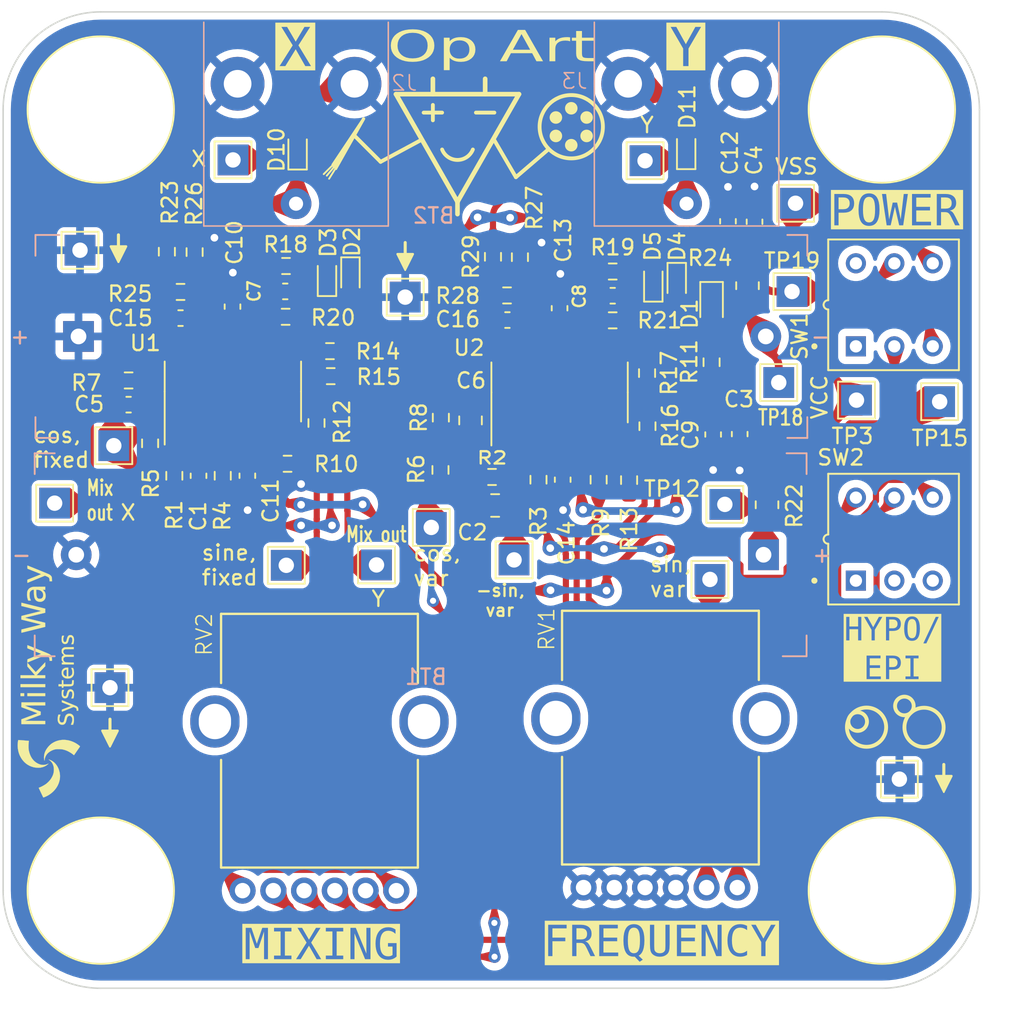
<source format=kicad_pcb>
(kicad_pcb (version 20221018) (generator pcbnew)

  (general
    (thickness 1.6)
  )

  (paper "A4")
  (layers
    (0 "F.Cu" signal)
    (31 "B.Cu" signal)
    (32 "B.Adhes" user "B.Adhesive")
    (33 "F.Adhes" user "F.Adhesive")
    (34 "B.Paste" user)
    (35 "F.Paste" user)
    (36 "B.SilkS" user "B.Silkscreen")
    (37 "F.SilkS" user "F.Silkscreen")
    (38 "B.Mask" user)
    (39 "F.Mask" user)
    (40 "Dwgs.User" user "User.Drawings")
    (41 "Cmts.User" user "User.Comments")
    (42 "Eco1.User" user "User.Eco1")
    (43 "Eco2.User" user "User.Eco2")
    (44 "Edge.Cuts" user)
    (45 "Margin" user)
    (46 "B.CrtYd" user "B.Courtyard")
    (47 "F.CrtYd" user "F.Courtyard")
    (48 "B.Fab" user)
    (49 "F.Fab" user)
    (50 "User.1" user)
    (51 "User.2" user)
    (52 "User.3" user)
    (53 "User.4" user)
    (54 "User.5" user)
    (55 "User.6" user)
    (56 "User.7" user)
    (57 "User.8" user)
    (58 "User.9" user)
  )

  (setup
    (stackup
      (layer "F.SilkS" (type "Top Silk Screen"))
      (layer "F.Paste" (type "Top Solder Paste"))
      (layer "F.Mask" (type "Top Solder Mask") (thickness 0.01))
      (layer "F.Cu" (type "copper") (thickness 0.035))
      (layer "dielectric 1" (type "core") (thickness 1.51) (material "FR4") (epsilon_r 4.5) (loss_tangent 0.02))
      (layer "B.Cu" (type "copper") (thickness 0.035))
      (layer "B.Mask" (type "Bottom Solder Mask") (thickness 0.01))
      (layer "B.Paste" (type "Bottom Solder Paste"))
      (layer "B.SilkS" (type "Bottom Silk Screen"))
      (copper_finish "None")
      (dielectric_constraints no)
    )
    (pad_to_mask_clearance 0)
    (grid_origin 152.4 101.6)
    (pcbplotparams
      (layerselection 0x00010fc_ffffffff)
      (plot_on_all_layers_selection 0x0000000_00000000)
      (disableapertmacros false)
      (usegerberextensions false)
      (usegerberattributes true)
      (usegerberadvancedattributes true)
      (creategerberjobfile true)
      (dashed_line_dash_ratio 12.000000)
      (dashed_line_gap_ratio 3.000000)
      (svgprecision 4)
      (plotframeref false)
      (viasonmask false)
      (mode 1)
      (useauxorigin false)
      (hpglpennumber 1)
      (hpglpenspeed 20)
      (hpglpendiameter 15.000000)
      (dxfpolygonmode true)
      (dxfimperialunits true)
      (dxfusepcbnewfont true)
      (psnegative false)
      (psa4output false)
      (plotreference true)
      (plotvalue true)
      (plotinvisibletext false)
      (sketchpadsonfab false)
      (subtractmaskfromsilk false)
      (outputformat 1)
      (mirror false)
      (drillshape 1)
      (scaleselection 1)
      (outputdirectory "")
    )
  )

  (net 0 "")
  (net 1 "Net-(U1A-+)")
  (net 2 "/-sin_var_freq")
  (net 3 "Net-(U2A-+)")
  (net 4 "GND")
  (net 5 "VSS")
  (net 6 "Net-(U2C--)")
  (net 7 "/cos_fixed_freq")
  (net 8 "Net-(U1B-+)")
  (net 9 "/cos_var_freq")
  (net 10 "Net-(U2B-+)")
  (net 11 "Net-(U1D--)")
  (net 12 "VDD")
  (net 13 "Net-(U2D--)")
  (net 14 "Net-(U1C--)")
  (net 15 "Net-(D4-K)")
  (net 16 "Net-(BT1-+)")
  (net 17 "Net-(SW1A-B)")
  (net 18 "Net-(BT2--)")
  (net 19 "Net-(SW1B-B)")
  (net 20 "Net-(U1A--)")
  (net 21 "Net-(U2A--)")
  (net 22 "Net-(R3-Pad2)")
  (net 23 "Net-(U1B--)")
  (net 24 "Net-(U2B--)")
  (net 25 "Net-(R9-Pad2)")
  (net 26 "Net-(D1-A)")
  (net 27 "/sin_fixed_freq")
  (net 28 "/+sin_var_freq")
  (net 29 "/Channel 1, X")
  (net 30 "/Channel 2, Y")
  (net 31 "unconnected-(SW1A-A-Pad1)")
  (net 32 "unconnected-(SW1B-A-Pad4)")
  (net 33 "Net-(D2-A)")
  (net 34 "Net-(D2-K)")
  (net 35 "Net-(C15-Pad2)")
  (net 36 "Net-(C16-Pad2)")
  (net 37 "/+{slash}- sin var freq")
  (net 38 "/X, mixer out")
  (net 39 "unconnected-(SW2A-A-Pad1)")
  (net 40 "/Y, mixer out")
  (net 41 "unconnected-(SW2A-B-Pad2)")
  (net 42 "unconnected-(SW2A-C-Pad3)")

  (footprint "Capacitor_SMD:C_0603_1608Metric_Pad1.08x0.95mm_HandSolder" (layer "F.Cu") (at 156.840275 89.121899 90))

  (footprint "Global_MWS_Library:Pot-dual-Bourns-PTV112-4420A-B" (layer "F.Cu") (at 163.4 126.8))

  (footprint "TestPoint:TestPoint_THTPad_2.0x2.0mm_Drill1.0mm" (layer "F.Cu") (at 139.065 105.8418))

  (footprint "Global_MWS_Library:MountingHole_No4_Isolated" (layer "F.Cu") (at 127 127 90))

  (footprint "Capacitor_SMD:C_0603_1608Metric_Pad1.08x0.95mm_HandSolder" (layer "F.Cu") (at 157.043475 100.274399 -90))

  (footprint "TestPoint:TestPoint_THTPad_2.0x2.0mm_Drill1.0mm" (layer "F.Cu") (at 146.8 88.4))

  (footprint "TestPoint:TestPoint_THTPad_2.0x2.0mm_Drill1.0mm" (layer "F.Cu") (at 127.846825 98.060799))

  (footprint "TestPoint:TestPoint_THTPad_2.0x2.0mm_Drill1.0mm" (layer "F.Cu") (at 127.6 113.8 90))

  (footprint "Resistor_SMD:R_0603_1608Metric_Pad0.98x0.95mm_HandSolder" (layer "F.Cu") (at 141.955875 93.539599 180))

  (footprint "TestPoint:TestPoint_THTPad_2.0x2.0mm_Drill1.0mm" (layer "F.Cu") (at 176.15 95.1))

  (footprint "Resistor_SMD:R_0603_1608Metric_Pad0.98x0.95mm_HandSolder" (layer "F.Cu") (at 154.261182 85.8012 -90))

  (footprint "TestPoint:TestPoint_THTPad_2.0x2.0mm_Drill1.0mm" (layer "F.Cu") (at 166.62 106.76))

  (footprint "Resistor_SMD:R_0603_1608Metric_Pad0.98x0.95mm_HandSolder" (layer "F.Cu") (at 131.299582 85.4456 90))

  (footprint "Capacitor_SMD:C_0603_1608Metric_Pad1.08x0.95mm_HandSolder" (layer "F.Cu") (at 166.8272 97.3328 -90))

  (footprint "Capacitor_SMD:C_0603_1608Metric_Pad1.08x0.95mm_HandSolder" (layer "F.Cu") (at 132.188582 89.7636 180))

  (footprint "Resistor_SMD:R_0603_1608Metric_Pad0.98x0.95mm_HandSolder" (layer "F.Cu") (at 134.933425 100.016599 90))

  (footprint "Global_MWS_Library:logo_for_pcb_15mm" (layer "F.Cu") (at 123.6 113.4 90))

  (footprint "TestPoint:TestPoint_THTPad_2.0x2.0mm_Drill1.0mm" (layer "F.Cu") (at 148.495382 103.378))

  (footprint "Package_SO:SOIC-14_3.9x8.7mm_P1.27mm" (layer "F.Cu") (at 135.592182 94.5388 90))

  (footprint "Global_MWS_Library:MountingHole_No4_Isolated" (layer "F.Cu") (at 177.8 127))

  (footprint "Resistor_SMD:R_0603_1608Metric_Pad0.98x0.95mm_HandSolder" (layer "F.Cu") (at 149.118675 96.237699 90))

  (footprint "Capacitor_SMD:C_0603_1608Metric_Pad1.08x0.95mm_HandSolder" (layer "F.Cu") (at 160.294675 88.309099))

  (footprint "TestPoint:TestPoint_THTPad_2.0x2.0mm_Drill1.0mm" (layer "F.Cu") (at 124 101.8))

  (footprint "TestPoint:TestPoint_THTPad_2.0x2.0mm_Drill1.0mm" (layer "F.Cu") (at 171.958 88.0364))

  (footprint "TestPoint:TestPoint_THTPad_2.0x2.0mm_Drill1.0mm" (layer "F.Cu") (at 135.6 79.4766))

  (footprint "Capacitor_SMD:C_0603_1608Metric_Pad1.08x0.95mm_HandSolder" (layer "F.Cu") (at 153.448382 89.8906 180))

  (footprint "Resistor_SMD:R_0603_1608Metric_Pad0.98x0.95mm_HandSolder" (layer "F.Cu") (at 139.048225 86.376799 180))

  (footprint "Capacitor_SMD:C_0603_1608Metric_Pad1.08x0.95mm_HandSolder" (layer "F.Cu") (at 135.568425 89.018399 90))

  (footprint "Diode_SMD:D_SOD-523" (layer "F.Cu") (at 162.936275 87.433199 90))

  (footprint "Global_MWS_Library:MountingHole_No4_Isolated" (layer "F.Cu") (at 127 76.2))

  (footprint "Resistor_SMD:R_0603_1608Metric_Pad0.98x0.95mm_HandSolder" (layer "F.Cu") (at 149.093275 99.639399 90))

  (footprint "Global_MWS_Library:Switch_pushbtn_DPDT_Latching_TL2201EEYA" (layer "F.Cu") (at 178.562 88.9))

  (footprint "Capacitor_SMD:C_0603_1608Metric_Pad1.08x0.95mm_HandSolder" (layer "F.Cu") (at 169.52 83.4969 -90))

  (footprint "Resistor_SMD:R_0603_1608Metric_Pad0.98x0.95mm_HandSolder" (layer "F.Cu") (at 166.7256 92.6338 -90))

  (footprint "Capacitor_SMD:C_0603_1608Metric_Pad1.08x0.95mm_HandSolder" (layer "F.Cu") (at 136.533625 100.016599 -90))

  (footprint "Diode_SMD:D_SOD-523" (layer "F.Cu") (at 164.460275 87.433199 -90))

  (footprint "Resistor_SMD:R_0603_1608Metric_Pad0.98x0.95mm_HandSolder" (layer "F.Cu") (at 152.447975 100.096599))

  (footprint "Resistor_SMD:R_0603_1608Metric_Pad0.98x0.95mm_HandSolder" (layer "F.Cu") (at 152.508582 85.7758 90))

  (footprint "TestPoint:TestPoint_THTPad_2.0x2.0mm_Drill1.0mm" (layer "F.Cu") (at 167.5892 101.8794))

  (footprint "Resistor_SMD:R_0603_1608Metric_Pad0.98x0.95mm_HandSolder" (layer "F.Cu") (at 130.209025 97.908399 90))

  (footprint "Capacitor_SMD:C_0805_2012Metric_Pad1.18x1.45mm_HandSolder" (layer "F.Cu") (at 152.649275 101.950799))

  (footprint "Global_MWS_Library:MountingHole_No4_Isolated" (layer "F.Cu") (at 177.8 76.2))

  (footprint "TestPoint:TestPoint_THTPad_2.0x2.0mm_Drill1.0mm" (layer "F.Cu") (at 153.88 105.49))

  (footprint "TestPoint:TestPoint_THTPad_2.0x2.0mm_Drill1.0mm" (layer "F.Cu")
    (tstamp 77963ef2-adb9-4c8d-939a-e71069da723a)
    (at 181.5592 95.1992)
    (descr "THT rectangular pad as test Point, square 2.0mm_Drill1.0mm  side length, hole diameter 1.0mm")
    (tags "test point THT pad rectangle square")
    (property "Sheetfile" "opamp-spiro.kicad_sch")
    (property "Sheetname" "")
    (property "ki_description" "test point")
    (property "ki_keywords" "test point tp")
    (path "/fbdf026d-2826-481d-a89b-0aa9fc467bf6")
    (attr ex
... [878253 chars truncated]
</source>
